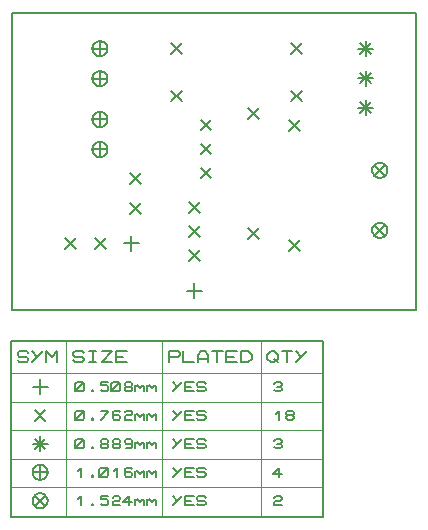
<source format=gbr>
G04 PROTEUS RS274X GERBER FILE*
%FSLAX45Y45*%
%MOMM*%
G01*
%ADD70C,0.203200*%
%ADD71C,0.127000*%
%ADD20C,0.063500*%
%TD.AperFunction*%
D70*
X-2533834Y+764485D02*
X-2533834Y+637485D01*
X-2597334Y+700985D02*
X-2470334Y+700985D01*
X-2534819Y+763500D02*
X-2534819Y+636500D01*
X-2598319Y+700000D02*
X-2471319Y+700000D01*
X-2000000Y+363500D02*
X-2000000Y+236500D01*
X-2063500Y+300000D02*
X-1936500Y+300000D01*
X-366500Y+1320000D02*
X-366717Y+1325247D01*
X-368482Y+1335742D01*
X-372174Y+1346237D01*
X-378202Y+1356732D01*
X-387424Y+1367112D01*
X-397919Y+1374800D01*
X-408414Y+1379718D01*
X-418909Y+1382524D01*
X-429404Y+1383497D01*
X-430000Y+1383500D01*
X-493500Y+1320000D02*
X-493283Y+1325247D01*
X-491518Y+1335742D01*
X-487826Y+1346237D01*
X-481798Y+1356732D01*
X-472576Y+1367112D01*
X-462081Y+1374800D01*
X-451586Y+1379718D01*
X-441091Y+1382524D01*
X-430596Y+1383497D01*
X-430000Y+1383500D01*
X-493500Y+1320000D02*
X-493283Y+1314753D01*
X-491518Y+1304258D01*
X-487826Y+1293763D01*
X-481798Y+1283268D01*
X-472576Y+1272888D01*
X-462081Y+1265200D01*
X-451586Y+1260282D01*
X-441091Y+1257476D01*
X-430596Y+1256503D01*
X-430000Y+1256500D01*
X-366500Y+1320000D02*
X-366717Y+1314753D01*
X-368482Y+1304258D01*
X-372174Y+1293763D01*
X-378202Y+1283268D01*
X-387424Y+1272888D01*
X-397919Y+1265200D01*
X-408414Y+1260282D01*
X-418909Y+1257476D01*
X-429404Y+1256503D01*
X-430000Y+1256500D01*
X-474901Y+1364901D02*
X-385099Y+1275099D01*
X-474901Y+1275099D02*
X-385099Y+1364901D01*
X-366500Y+812000D02*
X-366717Y+817247D01*
X-368482Y+827742D01*
X-372174Y+838237D01*
X-378202Y+848732D01*
X-387424Y+859112D01*
X-397919Y+866800D01*
X-408414Y+871718D01*
X-418909Y+874524D01*
X-429404Y+875497D01*
X-430000Y+875500D01*
X-493500Y+812000D02*
X-493283Y+817247D01*
X-491518Y+827742D01*
X-487826Y+838237D01*
X-481798Y+848732D01*
X-472576Y+859112D01*
X-462081Y+866800D01*
X-451586Y+871718D01*
X-441091Y+874524D01*
X-430596Y+875497D01*
X-430000Y+875500D01*
X-493500Y+812000D02*
X-493283Y+806753D01*
X-491518Y+796258D01*
X-487826Y+785763D01*
X-481798Y+775268D01*
X-472576Y+764888D01*
X-462081Y+757200D01*
X-451586Y+752282D01*
X-441091Y+749476D01*
X-430596Y+748503D01*
X-430000Y+748500D01*
X-366500Y+812000D02*
X-366717Y+806753D01*
X-368482Y+796258D01*
X-372174Y+785763D01*
X-378202Y+775268D01*
X-387424Y+764888D01*
X-397919Y+757200D01*
X-408414Y+752282D01*
X-418909Y+749476D01*
X-429404Y+748503D01*
X-430000Y+748500D01*
X-474901Y+856901D02*
X-385099Y+767099D01*
X-474901Y+767099D02*
X-385099Y+856901D01*
X-550000Y+1913500D02*
X-550000Y+1786500D01*
X-613500Y+1850000D02*
X-486500Y+1850000D01*
X-594901Y+1894901D02*
X-505099Y+1805099D01*
X-594901Y+1805099D02*
X-505099Y+1894901D01*
X-550000Y+2163500D02*
X-550000Y+2036500D01*
X-613500Y+2100000D02*
X-486500Y+2100000D01*
X-594901Y+2144901D02*
X-505099Y+2055099D01*
X-594901Y+2055099D02*
X-505099Y+2144901D01*
X-550000Y+2413500D02*
X-550000Y+2286500D01*
X-613500Y+2350000D02*
X-486500Y+2350000D01*
X-594901Y+2394901D02*
X-505099Y+2305099D01*
X-594901Y+2305099D02*
X-505099Y+2394901D01*
X-2194901Y+2394901D02*
X-2105099Y+2305099D01*
X-2194901Y+2305099D02*
X-2105099Y+2394901D01*
X-1178901Y+2394901D02*
X-1089099Y+2305099D01*
X-1178901Y+2305099D02*
X-1089099Y+2394901D01*
X-2194901Y+1994901D02*
X-2105099Y+1905099D01*
X-2194901Y+1905099D02*
X-2105099Y+1994901D01*
X-1178901Y+1994901D02*
X-1089099Y+1905099D01*
X-1178901Y+1905099D02*
X-1089099Y+1994901D01*
X-2736500Y+2350000D02*
X-2736717Y+2355247D01*
X-2738482Y+2365742D01*
X-2742174Y+2376237D01*
X-2748202Y+2386732D01*
X-2757424Y+2397112D01*
X-2767919Y+2404800D01*
X-2778414Y+2409718D01*
X-2788909Y+2412524D01*
X-2799404Y+2413497D01*
X-2800000Y+2413500D01*
X-2863500Y+2350000D02*
X-2863283Y+2355247D01*
X-2861518Y+2365742D01*
X-2857826Y+2376237D01*
X-2851798Y+2386732D01*
X-2842576Y+2397112D01*
X-2832081Y+2404800D01*
X-2821586Y+2409718D01*
X-2811091Y+2412524D01*
X-2800596Y+2413497D01*
X-2800000Y+2413500D01*
X-2863500Y+2350000D02*
X-2863283Y+2344753D01*
X-2861518Y+2334258D01*
X-2857826Y+2323763D01*
X-2851798Y+2313268D01*
X-2842576Y+2302888D01*
X-2832081Y+2295200D01*
X-2821586Y+2290282D01*
X-2811091Y+2287476D01*
X-2800596Y+2286503D01*
X-2800000Y+2286500D01*
X-2736500Y+2350000D02*
X-2736717Y+2344753D01*
X-2738482Y+2334258D01*
X-2742174Y+2323763D01*
X-2748202Y+2313268D01*
X-2757424Y+2302888D01*
X-2767919Y+2295200D01*
X-2778414Y+2290282D01*
X-2788909Y+2287476D01*
X-2799404Y+2286503D01*
X-2800000Y+2286500D01*
X-2800000Y+2413500D02*
X-2800000Y+2286500D01*
X-2863500Y+2350000D02*
X-2736500Y+2350000D01*
X-2736500Y+2096000D02*
X-2736717Y+2101247D01*
X-2738482Y+2111742D01*
X-2742174Y+2122237D01*
X-2748202Y+2132732D01*
X-2757424Y+2143112D01*
X-2767919Y+2150800D01*
X-2778414Y+2155718D01*
X-2788909Y+2158524D01*
X-2799404Y+2159497D01*
X-2800000Y+2159500D01*
X-2863500Y+2096000D02*
X-2863283Y+2101247D01*
X-2861518Y+2111742D01*
X-2857826Y+2122237D01*
X-2851798Y+2132732D01*
X-2842576Y+2143112D01*
X-2832081Y+2150800D01*
X-2821586Y+2155718D01*
X-2811091Y+2158524D01*
X-2800596Y+2159497D01*
X-2800000Y+2159500D01*
X-2863500Y+2096000D02*
X-2863283Y+2090753D01*
X-2861518Y+2080258D01*
X-2857826Y+2069763D01*
X-2851798Y+2059268D01*
X-2842576Y+2048888D01*
X-2832081Y+2041200D01*
X-2821586Y+2036282D01*
X-2811091Y+2033476D01*
X-2800596Y+2032503D01*
X-2800000Y+2032500D01*
X-2736500Y+2096000D02*
X-2736717Y+2090753D01*
X-2738482Y+2080258D01*
X-2742174Y+2069763D01*
X-2748202Y+2059268D01*
X-2757424Y+2048888D01*
X-2767919Y+2041200D01*
X-2778414Y+2036282D01*
X-2788909Y+2033476D01*
X-2799404Y+2032503D01*
X-2800000Y+2032500D01*
X-2800000Y+2159500D02*
X-2800000Y+2032500D01*
X-2863500Y+2096000D02*
X-2736500Y+2096000D01*
X-2736500Y+1750000D02*
X-2736717Y+1755247D01*
X-2738482Y+1765742D01*
X-2742174Y+1776237D01*
X-2748202Y+1786732D01*
X-2757424Y+1797112D01*
X-2767919Y+1804800D01*
X-2778414Y+1809718D01*
X-2788909Y+1812524D01*
X-2799404Y+1813497D01*
X-2800000Y+1813500D01*
X-2863500Y+1750000D02*
X-2863283Y+1755247D01*
X-2861518Y+1765742D01*
X-2857826Y+1776237D01*
X-2851798Y+1786732D01*
X-2842576Y+1797112D01*
X-2832081Y+1804800D01*
X-2821586Y+1809718D01*
X-2811091Y+1812524D01*
X-2800596Y+1813497D01*
X-2800000Y+1813500D01*
X-2863500Y+1750000D02*
X-2863283Y+1744753D01*
X-2861518Y+1734258D01*
X-2857826Y+1723763D01*
X-2851798Y+1713268D01*
X-2842576Y+1702888D01*
X-2832081Y+1695200D01*
X-2821586Y+1690282D01*
X-2811091Y+1687476D01*
X-2800596Y+1686503D01*
X-2800000Y+1686500D01*
X-2736500Y+1750000D02*
X-2736717Y+1744753D01*
X-2738482Y+1734258D01*
X-2742174Y+1723763D01*
X-2748202Y+1713268D01*
X-2757424Y+1702888D01*
X-2767919Y+1695200D01*
X-2778414Y+1690282D01*
X-2788909Y+1687476D01*
X-2799404Y+1686503D01*
X-2800000Y+1686500D01*
X-2800000Y+1813500D02*
X-2800000Y+1686500D01*
X-2863500Y+1750000D02*
X-2736500Y+1750000D01*
X-2736500Y+1496000D02*
X-2736717Y+1501247D01*
X-2738482Y+1511742D01*
X-2742174Y+1522237D01*
X-2748202Y+1532732D01*
X-2757424Y+1543112D01*
X-2767919Y+1550800D01*
X-2778414Y+1555718D01*
X-2788909Y+1558524D01*
X-2799404Y+1559497D01*
X-2800000Y+1559500D01*
X-2863500Y+1496000D02*
X-2863283Y+1501247D01*
X-2861518Y+1511742D01*
X-2857826Y+1522237D01*
X-2851798Y+1532732D01*
X-2842576Y+1543112D01*
X-2832081Y+1550800D01*
X-2821586Y+1555718D01*
X-2811091Y+1558524D01*
X-2800596Y+1559497D01*
X-2800000Y+1559500D01*
X-2863500Y+1496000D02*
X-2863283Y+1490753D01*
X-2861518Y+1480258D01*
X-2857826Y+1469763D01*
X-2851798Y+1459268D01*
X-2842576Y+1448888D01*
X-2832081Y+1441200D01*
X-2821586Y+1436282D01*
X-2811091Y+1433476D01*
X-2800596Y+1432503D01*
X-2800000Y+1432500D01*
X-2736500Y+1496000D02*
X-2736717Y+1490753D01*
X-2738482Y+1480258D01*
X-2742174Y+1469763D01*
X-2748202Y+1459268D01*
X-2757424Y+1448888D01*
X-2767919Y+1441200D01*
X-2778414Y+1436282D01*
X-2788909Y+1433476D01*
X-2799404Y+1432503D01*
X-2800000Y+1432500D01*
X-2800000Y+1559500D02*
X-2800000Y+1432500D01*
X-2863500Y+1496000D02*
X-2736500Y+1496000D01*
X-1944901Y+1341701D02*
X-1855099Y+1251899D01*
X-1944901Y+1251899D02*
X-1855099Y+1341701D01*
X-1944901Y+1544901D02*
X-1855099Y+1455099D01*
X-1944901Y+1455099D02*
X-1855099Y+1544901D01*
X-1944901Y+1748101D02*
X-1855099Y+1658299D01*
X-1944901Y+1658299D02*
X-1855099Y+1748101D01*
X-2044901Y+1048101D02*
X-1955099Y+958299D01*
X-2044901Y+958299D02*
X-1955099Y+1048101D01*
X-2044901Y+844901D02*
X-1955099Y+755099D01*
X-2044901Y+755099D02*
X-1955099Y+844901D01*
X-2044901Y+641701D02*
X-1955099Y+551899D01*
X-2044901Y+551899D02*
X-1955099Y+641701D01*
X-1544901Y+1844901D02*
X-1455099Y+1755099D01*
X-1544901Y+1755099D02*
X-1455099Y+1844901D01*
X-1544901Y+828901D02*
X-1455099Y+739099D01*
X-1544901Y+739099D02*
X-1455099Y+828901D01*
X-1194901Y+1744901D02*
X-1105099Y+1655099D01*
X-1194901Y+1655099D02*
X-1105099Y+1744901D01*
X-1194901Y+728901D02*
X-1105099Y+639099D01*
X-1194901Y+639099D02*
X-1105099Y+728901D01*
X-2544901Y+1294901D02*
X-2455099Y+1205099D01*
X-2544901Y+1205099D02*
X-2455099Y+1294901D01*
X-2544901Y+1040901D02*
X-2455099Y+951099D01*
X-2544901Y+951099D02*
X-2455099Y+1040901D01*
X-3094901Y+744901D02*
X-3005099Y+655099D01*
X-3094901Y+655099D02*
X-3005099Y+744901D01*
X-2840901Y+744901D02*
X-2751099Y+655099D01*
X-2840901Y+655099D02*
X-2751099Y+744901D01*
X-3540000Y+140000D02*
X-120000Y+140000D01*
X-120000Y+2650000D01*
X-3540000Y+2650000D01*
X-3540000Y+140000D01*
D71*
X-3552700Y-1612600D02*
X-908560Y-1612600D01*
X-908560Y-126700D01*
X-3552700Y-126700D01*
X-3552700Y-1612600D01*
D20*
X-3085338Y-126700D02*
X-3085338Y-1612600D01*
X-2272538Y-126700D02*
X-2272538Y-1612600D01*
X-1439418Y-126700D02*
X-1439418Y-1612600D01*
X-3552700Y-399750D02*
X-908560Y-399750D01*
X-3552700Y-641050D02*
X-908560Y-641050D01*
X-3552700Y-882350D02*
X-908560Y-882350D01*
X-3552700Y-1123650D02*
X-908560Y-1123650D01*
X-3552700Y-1364950D02*
X-908560Y-1364950D01*
D71*
X-3495550Y-290530D02*
X-3480310Y-305770D01*
X-3419350Y-305770D01*
X-3404110Y-290530D01*
X-3404110Y-275290D01*
X-3419350Y-260050D01*
X-3480310Y-260050D01*
X-3495550Y-244810D01*
X-3495550Y-229570D01*
X-3480310Y-214330D01*
X-3419350Y-214330D01*
X-3404110Y-229570D01*
X-3282190Y-214330D02*
X-3373630Y-305770D01*
X-3373630Y-214330D02*
X-3327910Y-260050D01*
X-3251710Y-305770D02*
X-3251710Y-214330D01*
X-3205990Y-260050D01*
X-3160270Y-214330D01*
X-3160270Y-305770D01*
X-3028190Y-290530D02*
X-3012950Y-305770D01*
X-2951990Y-305770D01*
X-2936750Y-290530D01*
X-2936750Y-275290D01*
X-2951990Y-260050D01*
X-3012950Y-260050D01*
X-3028190Y-244810D01*
X-3028190Y-229570D01*
X-3012950Y-214330D01*
X-2951990Y-214330D01*
X-2936750Y-229570D01*
X-2891030Y-214330D02*
X-2830070Y-214330D01*
X-2860550Y-214330D02*
X-2860550Y-305770D01*
X-2891030Y-305770D02*
X-2830070Y-305770D01*
X-2784350Y-214330D02*
X-2692910Y-214330D01*
X-2784350Y-305770D01*
X-2692910Y-305770D01*
X-2570990Y-305770D02*
X-2662430Y-305770D01*
X-2662430Y-214330D01*
X-2570990Y-214330D01*
X-2662430Y-260050D02*
X-2601470Y-260050D01*
X-2215390Y-305770D02*
X-2215390Y-214330D01*
X-2139190Y-214330D01*
X-2123950Y-229570D01*
X-2123950Y-244810D01*
X-2139190Y-260050D01*
X-2215390Y-260050D01*
X-2093470Y-214330D02*
X-2093470Y-305770D01*
X-2002030Y-305770D01*
X-1971550Y-305770D02*
X-1971550Y-244810D01*
X-1941070Y-214330D01*
X-1910590Y-214330D01*
X-1880110Y-244810D01*
X-1880110Y-305770D01*
X-1971550Y-275290D02*
X-1880110Y-275290D01*
X-1849630Y-214330D02*
X-1758190Y-214330D01*
X-1803910Y-214330D02*
X-1803910Y-305770D01*
X-1636270Y-305770D02*
X-1727710Y-305770D01*
X-1727710Y-214330D01*
X-1636270Y-214330D01*
X-1727710Y-260050D02*
X-1666750Y-260050D01*
X-1605790Y-305770D02*
X-1605790Y-214330D01*
X-1544830Y-214330D01*
X-1514350Y-244810D01*
X-1514350Y-275290D01*
X-1544830Y-305770D01*
X-1605790Y-305770D01*
X-1382270Y-244810D02*
X-1351790Y-214330D01*
X-1321310Y-214330D01*
X-1290830Y-244810D01*
X-1290830Y-275290D01*
X-1321310Y-305770D01*
X-1351790Y-305770D01*
X-1382270Y-275290D01*
X-1382270Y-244810D01*
X-1321310Y-275290D02*
X-1290830Y-305770D01*
X-1260350Y-214330D02*
X-1168910Y-214330D01*
X-1214630Y-214330D02*
X-1214630Y-305770D01*
X-1046990Y-214330D02*
X-1138430Y-305770D01*
X-1138430Y-214330D02*
X-1092710Y-260050D01*
D70*
X-3306320Y-450550D02*
X-3306320Y-577550D01*
X-3369820Y-514050D02*
X-3242820Y-514050D01*
D71*
X-3009140Y-539450D02*
X-3009140Y-488650D01*
X-2996440Y-475950D01*
X-2945640Y-475950D01*
X-2932940Y-488650D01*
X-2932940Y-539450D01*
X-2945640Y-552150D01*
X-2996440Y-552150D01*
X-3009140Y-539450D01*
X-3009140Y-552150D02*
X-2932940Y-475950D01*
X-2869440Y-539450D02*
X-2856740Y-539450D01*
X-2856740Y-552150D01*
X-2869440Y-552150D01*
X-2869440Y-539450D01*
X-2729740Y-475950D02*
X-2793240Y-475950D01*
X-2793240Y-501350D01*
X-2742440Y-501350D01*
X-2729740Y-514050D01*
X-2729740Y-539450D01*
X-2742440Y-552150D01*
X-2780540Y-552150D01*
X-2793240Y-539450D01*
X-2704340Y-539450D02*
X-2704340Y-488650D01*
X-2691640Y-475950D01*
X-2640840Y-475950D01*
X-2628140Y-488650D01*
X-2628140Y-539450D01*
X-2640840Y-552150D01*
X-2691640Y-552150D01*
X-2704340Y-539450D01*
X-2704340Y-552150D02*
X-2628140Y-475950D01*
X-2577340Y-514050D02*
X-2590040Y-501350D01*
X-2590040Y-488650D01*
X-2577340Y-475950D01*
X-2539240Y-475950D01*
X-2526540Y-488650D01*
X-2526540Y-501350D01*
X-2539240Y-514050D01*
X-2577340Y-514050D01*
X-2590040Y-526750D01*
X-2590040Y-539450D01*
X-2577340Y-552150D01*
X-2539240Y-552150D01*
X-2526540Y-539450D01*
X-2526540Y-526750D01*
X-2539240Y-514050D01*
X-2501140Y-552150D02*
X-2501140Y-501350D01*
X-2501140Y-514050D02*
X-2488440Y-501350D01*
X-2463040Y-526750D01*
X-2437640Y-501350D01*
X-2424940Y-514050D01*
X-2424940Y-552150D01*
X-2399540Y-552150D02*
X-2399540Y-501350D01*
X-2399540Y-514050D02*
X-2386840Y-501350D01*
X-2361440Y-526750D01*
X-2336040Y-501350D01*
X-2323340Y-514050D01*
X-2323340Y-552150D01*
X-2107440Y-475950D02*
X-2183640Y-552150D01*
X-2183640Y-475950D02*
X-2145540Y-514050D01*
X-2005840Y-552150D02*
X-2082040Y-552150D01*
X-2082040Y-475950D01*
X-2005840Y-475950D01*
X-2082040Y-514050D02*
X-2031240Y-514050D01*
X-1980440Y-539450D02*
X-1967740Y-552150D01*
X-1916940Y-552150D01*
X-1904240Y-539450D01*
X-1904240Y-526750D01*
X-1916940Y-514050D01*
X-1967740Y-514050D01*
X-1980440Y-501350D01*
X-1980440Y-488650D01*
X-1967740Y-475950D01*
X-1916940Y-475950D01*
X-1904240Y-488650D01*
X-1325120Y-488650D02*
X-1312420Y-475950D01*
X-1274320Y-475950D01*
X-1261620Y-488650D01*
X-1261620Y-501350D01*
X-1274320Y-514050D01*
X-1261620Y-526750D01*
X-1261620Y-539450D01*
X-1274320Y-552150D01*
X-1312420Y-552150D01*
X-1325120Y-539450D01*
X-1299720Y-514050D02*
X-1274320Y-514050D01*
D70*
X-3351221Y-710449D02*
X-3261419Y-800251D01*
X-3351221Y-800251D02*
X-3261419Y-710449D01*
D71*
X-3009140Y-780750D02*
X-3009140Y-729950D01*
X-2996440Y-717250D01*
X-2945640Y-717250D01*
X-2932940Y-729950D01*
X-2932940Y-780750D01*
X-2945640Y-793450D01*
X-2996440Y-793450D01*
X-3009140Y-780750D01*
X-3009140Y-793450D02*
X-2932940Y-717250D01*
X-2869440Y-780750D02*
X-2856740Y-780750D01*
X-2856740Y-793450D01*
X-2869440Y-793450D01*
X-2869440Y-780750D01*
X-2793240Y-717250D02*
X-2729740Y-717250D01*
X-2729740Y-729950D01*
X-2793240Y-793450D01*
X-2628140Y-729950D02*
X-2640840Y-717250D01*
X-2678940Y-717250D01*
X-2691640Y-729950D01*
X-2691640Y-780750D01*
X-2678940Y-793450D01*
X-2640840Y-793450D01*
X-2628140Y-780750D01*
X-2628140Y-768050D01*
X-2640840Y-755350D01*
X-2691640Y-755350D01*
X-2590040Y-729950D02*
X-2577340Y-717250D01*
X-2539240Y-717250D01*
X-2526540Y-729950D01*
X-2526540Y-742650D01*
X-2539240Y-755350D01*
X-2577340Y-755350D01*
X-2590040Y-768050D01*
X-2590040Y-793450D01*
X-2526540Y-793450D01*
X-2501140Y-793450D02*
X-2501140Y-742650D01*
X-2501140Y-755350D02*
X-2488440Y-742650D01*
X-2463040Y-768050D01*
X-2437640Y-742650D01*
X-2424940Y-755350D01*
X-2424940Y-793450D01*
X-2399540Y-793450D02*
X-2399540Y-742650D01*
X-2399540Y-755350D02*
X-2386840Y-742650D01*
X-2361440Y-768050D01*
X-2336040Y-742650D01*
X-2323340Y-755350D01*
X-2323340Y-793450D01*
X-2107440Y-717250D02*
X-2183640Y-793450D01*
X-2183640Y-717250D02*
X-2145540Y-755350D01*
X-2005840Y-793450D02*
X-2082040Y-793450D01*
X-2082040Y-717250D01*
X-2005840Y-717250D01*
X-2082040Y-755350D02*
X-2031240Y-755350D01*
X-1980440Y-780750D02*
X-1967740Y-793450D01*
X-1916940Y-793450D01*
X-1904240Y-780750D01*
X-1904240Y-768050D01*
X-1916940Y-755350D01*
X-1967740Y-755350D01*
X-1980440Y-742650D01*
X-1980440Y-729950D01*
X-1967740Y-717250D01*
X-1916940Y-717250D01*
X-1904240Y-729950D01*
X-1312420Y-742650D02*
X-1287020Y-717250D01*
X-1287020Y-793450D01*
X-1210820Y-755350D02*
X-1223520Y-742650D01*
X-1223520Y-729950D01*
X-1210820Y-717250D01*
X-1172720Y-717250D01*
X-1160020Y-729950D01*
X-1160020Y-742650D01*
X-1172720Y-755350D01*
X-1210820Y-755350D01*
X-1223520Y-768050D01*
X-1223520Y-780750D01*
X-1210820Y-793450D01*
X-1172720Y-793450D01*
X-1160020Y-780750D01*
X-1160020Y-768050D01*
X-1172720Y-755350D01*
D70*
X-3306320Y-933150D02*
X-3306320Y-1060150D01*
X-3369820Y-996650D02*
X-3242820Y-996650D01*
X-3351221Y-951749D02*
X-3261419Y-1041551D01*
X-3351221Y-1041551D02*
X-3261419Y-951749D01*
D71*
X-3009140Y-1022050D02*
X-3009140Y-971250D01*
X-2996440Y-958550D01*
X-2945640Y-958550D01*
X-2932940Y-971250D01*
X-2932940Y-1022050D01*
X-2945640Y-1034750D01*
X-2996440Y-1034750D01*
X-3009140Y-1022050D01*
X-3009140Y-1034750D02*
X-2932940Y-958550D01*
X-2869440Y-1022050D02*
X-2856740Y-1022050D01*
X-2856740Y-1034750D01*
X-2869440Y-1034750D01*
X-2869440Y-1022050D01*
X-2780540Y-996650D02*
X-2793240Y-983950D01*
X-2793240Y-971250D01*
X-2780540Y-958550D01*
X-2742440Y-958550D01*
X-2729740Y-971250D01*
X-2729740Y-983950D01*
X-2742440Y-996650D01*
X-2780540Y-996650D01*
X-2793240Y-1009350D01*
X-2793240Y-1022050D01*
X-2780540Y-1034750D01*
X-2742440Y-1034750D01*
X-2729740Y-1022050D01*
X-2729740Y-1009350D01*
X-2742440Y-996650D01*
X-2678940Y-996650D02*
X-2691640Y-983950D01*
X-2691640Y-971250D01*
X-2678940Y-958550D01*
X-2640840Y-958550D01*
X-2628140Y-971250D01*
X-2628140Y-983950D01*
X-2640840Y-996650D01*
X-2678940Y-996650D01*
X-2691640Y-1009350D01*
X-2691640Y-1022050D01*
X-2678940Y-1034750D01*
X-2640840Y-1034750D01*
X-2628140Y-1022050D01*
X-2628140Y-1009350D01*
X-2640840Y-996650D01*
X-2526540Y-983950D02*
X-2539240Y-996650D01*
X-2577340Y-996650D01*
X-2590040Y-983950D01*
X-2590040Y-971250D01*
X-2577340Y-958550D01*
X-2539240Y-958550D01*
X-2526540Y-971250D01*
X-2526540Y-1022050D01*
X-2539240Y-1034750D01*
X-2577340Y-1034750D01*
X-2501140Y-1034750D02*
X-2501140Y-983950D01*
X-2501140Y-996650D02*
X-2488440Y-983950D01*
X-2463040Y-1009350D01*
X-2437640Y-983950D01*
X-2424940Y-996650D01*
X-2424940Y-1034750D01*
X-2399540Y-1034750D02*
X-2399540Y-983950D01*
X-2399540Y-996650D02*
X-2386840Y-983950D01*
X-2361440Y-1009350D01*
X-2336040Y-983950D01*
X-2323340Y-996650D01*
X-2323340Y-1034750D01*
X-2107440Y-958550D02*
X-2183640Y-1034750D01*
X-2183640Y-958550D02*
X-2145540Y-996650D01*
X-2005840Y-1034750D02*
X-2082040Y-1034750D01*
X-2082040Y-958550D01*
X-2005840Y-958550D01*
X-2082040Y-996650D02*
X-2031240Y-996650D01*
X-1980440Y-1022050D02*
X-1967740Y-1034750D01*
X-1916940Y-1034750D01*
X-1904240Y-1022050D01*
X-1904240Y-1009350D01*
X-1916940Y-996650D01*
X-1967740Y-996650D01*
X-1980440Y-983950D01*
X-1980440Y-971250D01*
X-1967740Y-958550D01*
X-1916940Y-958550D01*
X-1904240Y-971250D01*
X-1325120Y-971250D02*
X-1312420Y-958550D01*
X-1274320Y-958550D01*
X-1261620Y-971250D01*
X-1261620Y-983950D01*
X-1274320Y-996650D01*
X-1261620Y-1009350D01*
X-1261620Y-1022050D01*
X-1274320Y-1034750D01*
X-1312420Y-1034750D01*
X-1325120Y-1022050D01*
X-1299720Y-996650D02*
X-1274320Y-996650D01*
D70*
X-3242820Y-1237950D02*
X-3243037Y-1232703D01*
X-3244802Y-1222208D01*
X-3248494Y-1211713D01*
X-3254522Y-1201218D01*
X-3263744Y-1190838D01*
X-3274239Y-1183150D01*
X-3284734Y-1178232D01*
X-3295229Y-1175426D01*
X-3305724Y-1174453D01*
X-3306320Y-1174450D01*
X-3369820Y-1237950D02*
X-3369603Y-1232703D01*
X-3367838Y-1222208D01*
X-3364146Y-1211713D01*
X-3358118Y-1201218D01*
X-3348896Y-1190838D01*
X-3338401Y-1183150D01*
X-3327906Y-1178232D01*
X-3317411Y-1175426D01*
X-3306916Y-1174453D01*
X-3306320Y-1174450D01*
X-3369820Y-1237950D02*
X-3369603Y-1243197D01*
X-3367838Y-1253692D01*
X-3364146Y-1264187D01*
X-3358118Y-1274682D01*
X-3348896Y-1285062D01*
X-3338401Y-1292750D01*
X-3327906Y-1297668D01*
X-3317411Y-1300474D01*
X-3306916Y-1301447D01*
X-3306320Y-1301450D01*
X-3242820Y-1237950D02*
X-3243037Y-1243197D01*
X-3244802Y-1253692D01*
X-3248494Y-1264187D01*
X-3254522Y-1274682D01*
X-3263744Y-1285062D01*
X-3274239Y-1292750D01*
X-3284734Y-1297668D01*
X-3295229Y-1300474D01*
X-3305724Y-1301447D01*
X-3306320Y-1301450D01*
X-3306320Y-1174450D02*
X-3306320Y-1301450D01*
X-3369820Y-1237950D02*
X-3242820Y-1237950D01*
D71*
X-2983740Y-1225250D02*
X-2958340Y-1199850D01*
X-2958340Y-1276050D01*
X-2869440Y-1263350D02*
X-2856740Y-1263350D01*
X-2856740Y-1276050D01*
X-2869440Y-1276050D01*
X-2869440Y-1263350D01*
X-2805940Y-1263350D02*
X-2805940Y-1212550D01*
X-2793240Y-1199850D01*
X-2742440Y-1199850D01*
X-2729740Y-1212550D01*
X-2729740Y-1263350D01*
X-2742440Y-1276050D01*
X-2793240Y-1276050D01*
X-2805940Y-1263350D01*
X-2805940Y-1276050D02*
X-2729740Y-1199850D01*
X-2678940Y-1225250D02*
X-2653540Y-1199850D01*
X-2653540Y-1276050D01*
X-2526540Y-1212550D02*
X-2539240Y-1199850D01*
X-2577340Y-1199850D01*
X-2590040Y-1212550D01*
X-2590040Y-1263350D01*
X-2577340Y-1276050D01*
X-2539240Y-1276050D01*
X-2526540Y-1263350D01*
X-2526540Y-1250650D01*
X-2539240Y-1237950D01*
X-2590040Y-1237950D01*
X-2501140Y-1276050D02*
X-2501140Y-1225250D01*
X-2501140Y-1237950D02*
X-2488440Y-1225250D01*
X-2463040Y-1250650D01*
X-2437640Y-1225250D01*
X-2424940Y-1237950D01*
X-2424940Y-1276050D01*
X-2399540Y-1276050D02*
X-2399540Y-1225250D01*
X-2399540Y-1237950D02*
X-2386840Y-1225250D01*
X-2361440Y-1250650D01*
X-2336040Y-1225250D01*
X-2323340Y-1237950D01*
X-2323340Y-1276050D01*
X-2107440Y-1199850D02*
X-2183640Y-1276050D01*
X-2183640Y-1199850D02*
X-2145540Y-1237950D01*
X-2005840Y-1276050D02*
X-2082040Y-1276050D01*
X-2082040Y-1199850D01*
X-2005840Y-1199850D01*
X-2082040Y-1237950D02*
X-2031240Y-1237950D01*
X-1980440Y-1263350D02*
X-1967740Y-1276050D01*
X-1916940Y-1276050D01*
X-1904240Y-1263350D01*
X-1904240Y-1250650D01*
X-1916940Y-1237950D01*
X-1967740Y-1237950D01*
X-1980440Y-1225250D01*
X-1980440Y-1212550D01*
X-1967740Y-1199850D01*
X-1916940Y-1199850D01*
X-1904240Y-1212550D01*
X-1261620Y-1250650D02*
X-1337820Y-1250650D01*
X-1287020Y-1199850D01*
X-1287020Y-1276050D01*
D70*
X-3242820Y-1479250D02*
X-3243037Y-1474003D01*
X-3244802Y-1463508D01*
X-3248494Y-1453013D01*
X-3254522Y-1442518D01*
X-3263744Y-1432138D01*
X-3274239Y-1424450D01*
X-3284734Y-1419532D01*
X-3295229Y-1416726D01*
X-3305724Y-1415753D01*
X-3306320Y-1415750D01*
X-3369820Y-1479250D02*
X-3369603Y-1474003D01*
X-3367838Y-1463508D01*
X-3364146Y-1453013D01*
X-3358118Y-1442518D01*
X-3348896Y-1432138D01*
X-3338401Y-1424450D01*
X-3327906Y-1419532D01*
X-3317411Y-1416726D01*
X-3306916Y-1415753D01*
X-3306320Y-1415750D01*
X-3369820Y-1479250D02*
X-3369603Y-1484497D01*
X-3367838Y-1494992D01*
X-3364146Y-1505487D01*
X-3358118Y-1515982D01*
X-3348896Y-1526362D01*
X-3338401Y-1534050D01*
X-3327906Y-1538968D01*
X-3317411Y-1541774D01*
X-3306916Y-1542747D01*
X-3306320Y-1542750D01*
X-3242820Y-1479250D02*
X-3243037Y-1484497D01*
X-3244802Y-1494992D01*
X-3248494Y-1505487D01*
X-3254522Y-1515982D01*
X-3263744Y-1526362D01*
X-3274239Y-1534050D01*
X-3284734Y-1538968D01*
X-3295229Y-1541774D01*
X-3305724Y-1542747D01*
X-3306320Y-1542750D01*
X-3351221Y-1434349D02*
X-3261419Y-1524151D01*
X-3351221Y-1524151D02*
X-3261419Y-1434349D01*
D71*
X-2983740Y-1466550D02*
X-2958340Y-1441150D01*
X-2958340Y-1517350D01*
X-2869440Y-1504650D02*
X-2856740Y-1504650D01*
X-2856740Y-1517350D01*
X-2869440Y-1517350D01*
X-2869440Y-1504650D01*
X-2729740Y-1441150D02*
X-2793240Y-1441150D01*
X-2793240Y-1466550D01*
X-2742440Y-1466550D01*
X-2729740Y-1479250D01*
X-2729740Y-1504650D01*
X-2742440Y-1517350D01*
X-2780540Y-1517350D01*
X-2793240Y-1504650D01*
X-2691640Y-1453850D02*
X-2678940Y-1441150D01*
X-2640840Y-1441150D01*
X-2628140Y-1453850D01*
X-2628140Y-1466550D01*
X-2640840Y-1479250D01*
X-2678940Y-1479250D01*
X-2691640Y-1491950D01*
X-2691640Y-1517350D01*
X-2628140Y-1517350D01*
X-2526540Y-1491950D02*
X-2602740Y-1491950D01*
X-2551940Y-1441150D01*
X-2551940Y-1517350D01*
X-2501140Y-1517350D02*
X-2501140Y-1466550D01*
X-2501140Y-1479250D02*
X-2488440Y-1466550D01*
X-2463040Y-1491950D01*
X-2437640Y-1466550D01*
X-2424940Y-1479250D01*
X-2424940Y-1517350D01*
X-2399540Y-1517350D02*
X-2399540Y-1466550D01*
X-2399540Y-1479250D02*
X-2386840Y-1466550D01*
X-2361440Y-1491950D01*
X-2336040Y-1466550D01*
X-2323340Y-1479250D01*
X-2323340Y-1517350D01*
X-2107440Y-1441150D02*
X-2183640Y-1517350D01*
X-2183640Y-1441150D02*
X-2145540Y-1479250D01*
X-2005840Y-1517350D02*
X-2082040Y-1517350D01*
X-2082040Y-1441150D01*
X-2005840Y-1441150D01*
X-2082040Y-1479250D02*
X-2031240Y-1479250D01*
X-1980440Y-1504650D02*
X-1967740Y-1517350D01*
X-1916940Y-1517350D01*
X-1904240Y-1504650D01*
X-1904240Y-1491950D01*
X-1916940Y-1479250D01*
X-1967740Y-1479250D01*
X-1980440Y-1466550D01*
X-1980440Y-1453850D01*
X-1967740Y-1441150D01*
X-1916940Y-1441150D01*
X-1904240Y-1453850D01*
X-1325120Y-1453850D02*
X-1312420Y-1441150D01*
X-1274320Y-1441150D01*
X-1261620Y-1453850D01*
X-1261620Y-1466550D01*
X-1274320Y-1479250D01*
X-1312420Y-1479250D01*
X-1325120Y-1491950D01*
X-1325120Y-1517350D01*
X-1261620Y-1517350D01*
M02*

</source>
